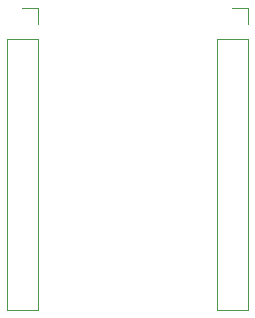
<source format=gbr>
G04 #@! TF.GenerationSoftware,KiCad,Pcbnew,(5.1.8)-1*
G04 #@! TF.CreationDate,2023-07-12T22:59:16+03:00*
G04 #@! TF.ProjectId,INV,494e562e-6b69-4636-9164-5f7063625858,rev?*
G04 #@! TF.SameCoordinates,PX48ab840PY2455c20*
G04 #@! TF.FileFunction,Legend,Bot*
G04 #@! TF.FilePolarity,Positive*
%FSLAX46Y46*%
G04 Gerber Fmt 4.6, Leading zero omitted, Abs format (unit mm)*
G04 Created by KiCad (PCBNEW (5.1.8)-1) date 2023-07-12 22:59:16*
%MOMM*%
%LPD*%
G01*
G04 APERTURE LIST*
%ADD10C,0.120000*%
G04 APERTURE END LIST*
D10*
X21650000Y-1210000D02*
X20320000Y-1210000D01*
X21650000Y-2540000D02*
X21650000Y-1210000D01*
X21650000Y-3810000D02*
X18990000Y-3810000D01*
X18990000Y-3810000D02*
X18990000Y-26730000D01*
X21650000Y-3810000D02*
X21650000Y-26730000D01*
X21650000Y-26730000D02*
X18990000Y-26730000D01*
X3870000Y-1210000D02*
X2540000Y-1210000D01*
X3870000Y-2540000D02*
X3870000Y-1210000D01*
X3870000Y-3810000D02*
X1210000Y-3810000D01*
X1210000Y-3810000D02*
X1210000Y-26730000D01*
X3870000Y-3810000D02*
X3870000Y-26730000D01*
X3870000Y-26730000D02*
X1210000Y-26730000D01*
M02*

</source>
